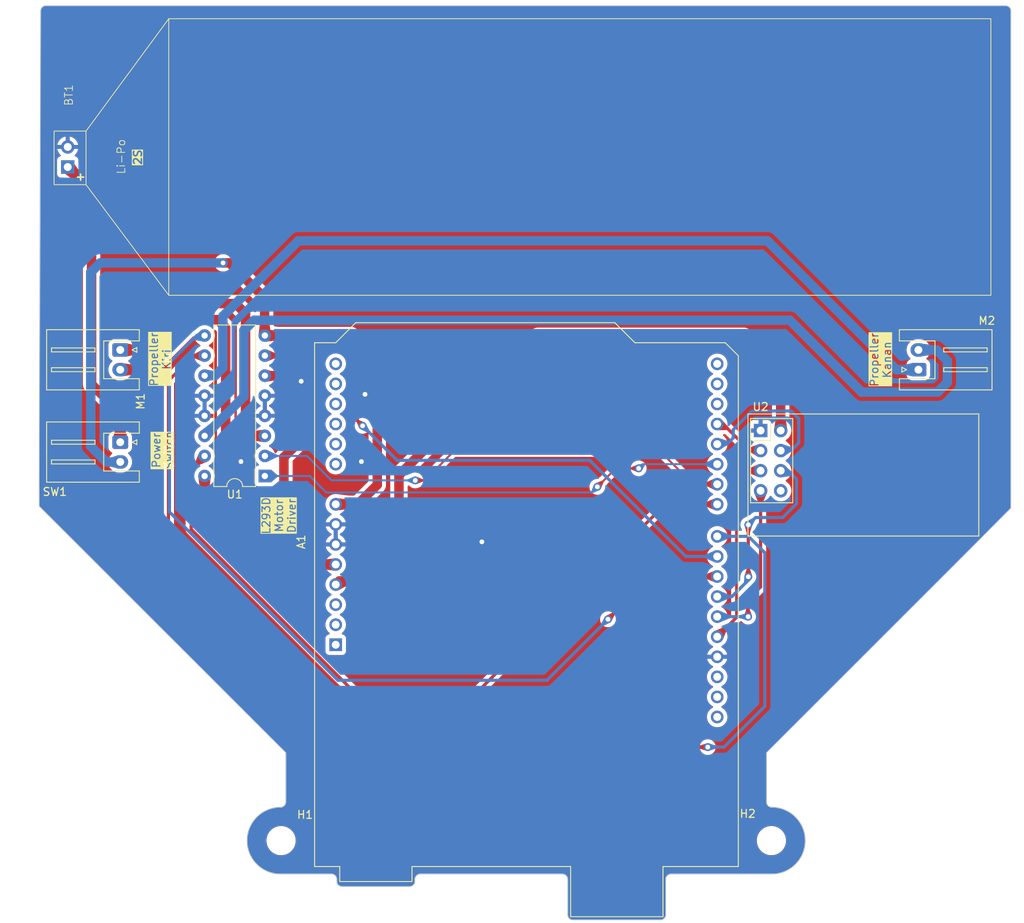
<source format=kicad_pcb>
(kicad_pcb (version 20221018) (generator pcbnew)
  (layers (0 "F.Cu" signal) (31 "B.Cu" signal) (34 "B.Paste" user) (35 "F.Paste" user) (36 "B.SilkS" user "B.Silkscreen") (37 "F.SilkS" user "F.Silkscreen") (38 "B.Mask" user) (39 "F.Mask" user) (44 "Edge.Cuts" user))
  (net 0 "")
  (net 4 "+3V3")
  (net 5 "+5V")
  (net 6 "GND")
  (net 7 "+7.5V")
  (net 15 "D5")
  (net 16 "D6")
  (net 17 "D7")
  (net 18 "D8")
  (net 19 "D9")
  (net 20 "D10")
  (net 21 "D11")
  (net 22 "D12")
  (net 23 "D13")
  (net 27 "Net-(BT1-+)")
  (net 28 "M1+")
  (net 29 "M1-")
  (net 30 "M2+")
  (net 31 "M2-")
  (net 32 "D3")
  (net 33 "D4")
  (footprint "MountingHole:MountingHole_3.2mm_M3" (layer "F.Cu") (at 137.16 152.1206)
    (fp_text reference "H1" (at 3.0226 -3.2766) (layer "F.SilkS"))
    (fp_text value "MountingHole")
    (pad "" np_thru_hole circle (at 0 0) (size 3.2 3.2) (drill 3.2) (layers "*.Cu" "*.Mask"))
  )
  (footprint "Connector_JST:JST_XH_S2B-XH-A_1x02_P2.50mm_Horizontal" (layer "F.Cu") (at 116.8102 101.6908 -90)
    (fp_text reference "SW1" (at 6.2792 8.276) (layer "F.SilkS"))
    (fp_text value "SW_SPST")
    (fp_line (start -2.56 -2.41) (end -1.14 -2.41) (stroke (width 0.12)) (layer "F.SilkS"))
    (fp_line (start -2.56 9.31) (end -2.56 -2.41) (stroke (width 0.12)) (layer "F.SilkS"))
    (fp_line (start -1.14 -2.41) (end -1.14 2.09) (stroke (width 0.12)) (layer "F.SilkS"))
    (fp_line (start -1.14 2.09) (end 1.25 2.09) (stroke (width 0.12)) (layer "F.SilkS"))
    (fp_line (start -0.3 -2.1) (end 0.3 -2.1) (stroke (width 0.12)) (layer "F.SilkS"))
    (fp_line (start -0.25 3.2) (end -0.25 8.7) (stroke (width 0.12)) (layer "F.SilkS"))
    (fp_line (start -0.25 8.7) (end 0.25 8.7) (stroke (width 0.12)) (layer "F.SilkS"))
    (fp_line (start 0 -1.5) (end -0.3 -2.1) (stroke (width 0.12)) (layer "F.SilkS"))
    (fp_line (start 0.25 3.2) (end -0.25 3.2) (stroke (width 0.12)) (layer "F.SilkS"))
    (fp_line (start 0.25 8.7) (end 0.25 3.2) (stroke (width 0.12)) (layer "F.SilkS"))
    (fp_line (start 0.3 -2.1) (end 0 -1.5) (stroke (width 0.12)) (layer "F.SilkS"))
    (fp_line (start 1.25 9.31) (end -2.56 9.31) (stroke (width 0.12)) (layer "F.SilkS"))
    (fp_line (start 1.25 9.31) (end 5.06 9.31) (stroke (width 0.12)) (layer "F.SilkS"))
    (fp_line (start 2.25 3.2) (end 2.25 8.7) (stroke (width 0.12)) (layer "F.SilkS"))
    (fp_line (start 2.25 8.7) (end 2.75 8.7) (stroke (width 0.12)) (layer "F.SilkS"))
    (fp_line (start 2.75 3.2) (end 2.25 3.2) (stroke (width 0.12)) (layer "F.SilkS"))
    (fp_line (start 2.75 8.7) (end 2.75 3.2) (stroke (width 0.12)) (layer "F.SilkS"))
    (fp_line (start 3.64 -2.41) (end 3.64 2.09) (stroke (width 0.12)) (layer "F.SilkS"))
    (fp_line (start 3.64 2.09) (end 1.25 2.09) (stroke (width 0.12)) (layer "F.SilkS"))
    (fp_line (start 5.06 -2.41) (end 3.64 -2.41) (stroke (width 0.12)) (layer "F.SilkS"))
    (fp_line (start 5.06 9.31) (end 5.06 -2.41) (stroke (width 0.12)) (layer "F.SilkS"))
    (pad "1" thru_hole roundrect (at 0 0 270) (size 1.7 2) (drill 1) (layers "*.Cu" "*.Mask") (roundrect_rratio 0.1470588235) (net 27 "Net-(BT1-+)"))
    (pad "2" thru_hole oval (at 2.5 0 270) (size 1.7 2) (drill 1) (layers "*.Cu" "*.Mask") (net 7 "+7.5V"))
  )
  (footprint "Package_DIP:DIP-16_W7.62mm" (layer "F.Cu") (at 135.1026 105.9688 180)
    (fp_text reference "U1" (at 3.81 -2.33) (layer "F.SilkS"))
    (fp_text value "L293D")
    (fp_line (start 1.16 -1.33) (end 1.16 19.11) (stroke (width 0.12)) (layer "F.SilkS"))
    (fp_line (start 1.16 19.11) (end 6.46 19.11) (stroke (width 0.12)) (layer "F.SilkS"))
    (fp_line (start 2.81 -1.33) (end 1.16 -1.33) (stroke (width 0.12)) (layer "F.SilkS"))
    (fp_line (start 6.46 -1.33) (end 4.81 -1.33) (stroke (width 0.12)) (layer "F.SilkS"))
    (fp_line (start 6.46 19.11) (end 6.46 -1.33) (stroke (width 0.12)) (layer "F.SilkS"))
    (fp_arc (start 4.81 -1.33) (mid 3.81 -0.33) (end 2.81 -1.33) (stroke (width 0.12)) (layer "F.SilkS"))
    (pad "1" thru_hole rect (at 0 0 180) (size 1.6 1.6) (drill 0.8) (layers "*.Cu" "*.Mask") (net 15 "D5"))
    (pad "2" thru_hole oval (at 0 2.54 180) (size 1.6 1.6) (drill 0.8) (layers "*.Cu" "*.Mask") (net 16 "D6"))
    (pad "3" thru_hole oval (at 0 5.08 180) (size 1.6 1.6) (drill 0.8) (layers "*.Cu" "*.Mask") (net 28 "M1+"))
    (pad "4" thru_hole oval (at 0 7.62 180) (size 1.6 1.6) (drill 0.8) (layers "*.Cu" "*.Mask") (net 6 "GND"))
    (pad "5" thru_hole oval (at 0 10.16 180) (size 1.6 1.6) (drill 0.8) (layers "*.Cu" "*.Mask") (net 6 "GND"))
    (pad "6" thru_hole oval (at 0 12.7 180) (size 1.6 1.6) (drill 0.8) (layers "*.Cu" "*.Mask") (net 29 "M1-"))
    (pad "7" thru_hole oval (at 0 15.24 180) (size 1.6 1.6) (drill 0.8) (layers "*.Cu" "*.Mask") (net 19 "D9"))
    (pad "8" thru_hole oval (at 0 17.78 180) (size 1.6 1.6) (drill 0.8) (layers "*.Cu" "*.Mask") (net 7 "+7.5V"))
    (pad "9" thru_hole oval (at 7.62 17.78 180) (size 1.6 1.6) (drill 0.8) (layers "*.Cu" "*.Mask") (net 20 "D10"))
    (pad "10" thru_hole oval (at 7.62 15.24 180) (size 1.6 1.6) (drill 0.8) (layers "*.Cu" "*.Mask") (net 18 "D8"))
    (pad "11" thru_hole oval (at 7.62 12.7 180) (size 1.6 1.6) (drill 0.8) (layers "*.Cu" "*.Mask") (net 30 "M2+"))
    (pad "12" thru_hole oval (at 7.62 10.16 180) (size 1.6 1.6) (drill 0.8) (layers "*.Cu" "*.Mask") (net 6 "GND"))
    (pad "13" thru_hole oval (at 7.62 7.62 180) (size 1.6 1.6) (drill 0.8) (layers "*.Cu" "*.Mask") (net 6 "GND"))
    (pad "14" thru_hole oval (at 7.62 5.08 180) (size 1.6 1.6) (drill 0.8) (layers "*.Cu" "*.Mask") (net 31 "M2-"))
    (pad "15" thru_hole oval (at 7.62 2.54 180) (size 1.6 1.6) (drill 0.8) (layers "*.Cu" "*.Mask") (net 17 "D7"))
    (pad "16" thru_hole oval (at 7.62 0 180) (size 1.6 1.6) (drill 0.8) (layers "*.Cu" "*.Mask") (net 5 "+5V"))
  )
  (footprint "MountingHole:MountingHole_3.2mm_M3" (layer "F.Cu") (at 199.1868 152.1206)
    (fp_text reference "H2" (at -2.9972 -3.4036) (layer "F.SilkS"))
    (fp_text value "MountingHole")
    (pad "" np_thru_hole circle (at 0 0) (size 3.2 3.2) (drill 3.2) (layers "*.Cu" "*.Mask"))
  )
  (footprint "Connector_JST:JST_XH_S2B-XH-A_1x02_P2.50mm_Horizontal" (layer "F.Cu") (at 116.8102 90.0122 -90)
    (fp_text reference "M1" (at 6.5078 -2.5698 90) (layer "F.SilkS"))
    (fp_text value "Motor_DC")
    (fp_line (start -2.56 -2.41) (end -1.14 -2.41) (stroke (width 0.12)) (layer "F.SilkS"))
    (fp_line (start -2.56 9.31) (end -2.56 -2.41) (stroke (width 0.12)) (layer "F.SilkS"))
    (fp_line (start -1.14 -2.41) (end -1.14 2.09) (stroke (width 0.12)) (layer "F.SilkS"))
    (fp_line (start -1.14 2.09) (end 1.25 2.09) (stroke (width 0.12)) (layer "F.SilkS"))
    (fp_line (start -0.3 -2.1) (end 0.3 -2.1) (stroke (width 0.12)) (layer "F.SilkS"))
    (fp_line (start -0.25 3.2) (end -0.25 8.7) (stroke (width 0.12)) (layer "F.SilkS"))
    (fp_line (start -0.25 8.7) (end 0.25 8.7) (stroke (width 0.12)) (layer "F.SilkS"))
    (fp_line (start 0 -1.5) (end -0.3 -2.1) (stroke (width 0.12)) (layer "F.SilkS"))
    (fp_line (start 0.25 3.2) (end -0.25 3.2) (stroke (width 0.12)) (layer "F.SilkS"))
    (fp_line (start 0.25 8.7) (end 0.25 3.2) (stroke (width 0.12)) (layer "F.SilkS"))
    (fp_line (start 0.3 -2.1) (end 0 -1.5) (stroke (width 0.12)) (layer "F.SilkS"))
    (fp_line (start 1.25 9.31) (end -2.56 9.31) (stroke (width 0.12)) (layer "F.SilkS"))
    (fp_line (start 1.25 9.31) (end 5.06 9.31) (stroke (width 0.12)) (layer "F.SilkS"))
    (fp_line (start 2.25 3.2) (end 2.25 8.7) (stroke (width 0.12)) (layer "F.SilkS"))
    (fp_line (start 2.25 8.7) (end 2.75 8.7) (stroke (width 0.12)) (layer "F.SilkS"))
    (fp_line (start 2.75 3.2) (end 2.25 3.2) (stroke (width 0.12)) (layer "F.SilkS"))
    (fp_line (start 2.75 8.7) (end 2.75 3.2) (stroke (width 0.12)) (layer "F.SilkS"))
    (fp_line (start 3.64 -2.41) (end 3.64 2.09) (stroke (width 0.12)) (layer "F.SilkS"))
    (fp_line (start 3.64 2.09) (end 1.25 2.09) (stroke (width 0.12)) (layer "F.SilkS"))
    (fp_line (start 5.06 -2.41) (end 3.64 -2.41) (stroke (width 0.12)) (layer "F.SilkS"))
    (fp_line (start 5.06 9.31) (end 5.06 -2.41) (stroke (width 0.12)) (layer "F.SilkS"))
    (pad "1" thru_hole roundrect (at 0 0 270) (size 1.7 2) (drill 1) (layers "*.Cu" "*.Mask") (roundrect_rratio 0.1470588235) (net 28 "M1+"))
    (pad "2" thru_hole oval (at 2.5 0 270) (size 1.7 2) (drill 1) (layers "*.Cu" "*.Mask") (net 29 "M1-"))
  )
  (footprint "ROV_Library:Li-Po 2S" (layer "F.Cu") (at 122.9487 65.5894 90)
    (fp_text reference "BT1" (at 7.8232 -12.6492 90 unlocked) (layer "F.SilkS") (effects (font (thickness 0.1))))
    (fp_text value "Battery")
    (fp_text user "2S" (at -1.1176 -3.3274 90 unlocked) (layer "F.SilkS" knockout) (effects (font (thickness 0.2) bold) (justify left bottom)))
    (fp_text user "+" (at -3.302 -10.6416 90 unlocked) (layer "F.SilkS") (effects (font (thickness 0.2) bold) (justify left bottom)))
    (fp_text user "Li-Po" (at -2.2352 -5.4356 90 unlocked) (layer "F.SilkS") (effects (font (thickness 0.1)) (justify left bottom)))
    (fp_line (start -3.5052 -10.4648) (end -17.5 0) (stroke (width 0.1)) (layer "F.SilkS"))
    (fp_line (start 3.2766 -10.4648) (end 17.5 0) (stroke (width 0.1)) (layer "F.SilkS"))
    (fp_rect (start -17.5 0) (end 17.5 104) (stroke (width 0.1)) (fill none) (layer "F.SilkS"))
    (fp_rect (start -3.5052 -14.5034) (end 3.2766 -10.4648) (stroke (width 0.1)) (fill none) (layer "F.SilkS"))
    (pad "1" thru_hole rect (at -1.27 -12.7818 180) (size 1.7 1.7) (drill 1) (layers "*.Cu" "*.Mask") (net 27 "Net-(BT1-+)"))
    (pad "2" thru_hole oval (at 1.27 -12.7818 180) (size 1.7 1.7) (drill 1) (layers "*.Cu" "*.Mask") (net 6 "GND"))
  )
  (footprint "Module:Arduino_UNO_R3" (layer "F.Cu") (at 144.0688 127.3302 90)
    (fp_text reference "A1" (at 13.0302 -4.3688 90) (layer "F.SilkS"))
    (fp_text value "Arduino_UNO_R3")
    (fp_line (start -34.42 29.72) (end -34.42 41.4) (stroke (width 0.12)) (layer "F.SilkS"))
    (fp_line (start -34.42 41.4) (end -28.07 41.4) (stroke (width 0.12)) (layer "F.SilkS"))
    (fp_line (start -29.97 0.51) (end -29.97 9.65) (stroke (width 0.12)) (layer "F.SilkS"))
    (fp_line (start -29.97 9.65) (end -28.07 9.65) (stroke (width 0.12)) (layer "F.SilkS"))
    (fp_line (start -28.07 -2.67) (end -28.07 0.51) (stroke (width 0.12)) (layer "F.SilkS"))
    (fp_line (start -28.07 0.51) (end -29.97 0.51) (stroke (width 0.12)) (layer "F.SilkS"))
    (fp_line (start -28.07 9.65) (end -28.07 29.72) (stroke (width 0.12)) (layer "F.SilkS"))
    (fp_line (start -28.07 29.72) (end -34.42 29.72) (stroke (width 0.12)) (layer "F.SilkS"))
    (fp_line (start -28.07 41.4) (end -28.07 50.93) (stroke (width 0.12)) (layer "F.SilkS"))
    (fp_line (start -28.07 50.93) (end 36.58 50.93) (stroke (width 0.12)) (layer "F.SilkS"))
    (fp_line (start 36.58 50.93) (end 38.23 49.28) (stroke (width 0.12)) (layer "F.SilkS"))
    (fp_line (start 38.23 -2.67) (end -28.07 -2.67) (stroke (width 0.12)) (layer "F.SilkS"))
    (fp_line (start 38.23 0) (end 38.23 -2.67) (stroke (width 0.12)) (layer "F.SilkS"))
    (fp_line (start 38.23 37.85) (end 40.77 35.31) (stroke (width 0.12)) (layer "F.SilkS"))
    (fp_line (start 38.23 49.28) (end 38.23 37.85) (stroke (width 0.12)) (layer "F.SilkS"))
    (fp_line (start 40.77 2.54) (end 38.23 0) (stroke (width 0.12)) (layer "F.SilkS"))
    (fp_line (start 40.77 35.31) (end 40.77 2.54) (stroke (width 0.12)) (layer "F.SilkS"))
    (pad "1" thru_hole rect (at 0 0 180) (size 1.6 1.6) (drill 1) (layers "*.Cu" "*.Mask"))
    (pad "2" thru_hole oval (at 2.54 0 180) (size 1.6 1.6) (drill 1) (layers "*.Cu" "*.Mask"))
    (pad "3" thru_hole oval (at 5.08 0 180) (size 1.6 1.6) (drill 1) (layers "*.Cu" "*.Mask"))
    (pad "4" thru_hole oval (at 7.62 0 180) (size 1.6 1.6) (drill 1) (layers "*.Cu" "*.Mask") (net 4 "+3V3"))
    (pad "5" thru_hole oval (at 10.16 0 180) (size 1.6 1.6) (drill 1) (layers "*.Cu" "*.Mask") (net 5 "+5V"))
    (pad "6" thru_hole oval (at 12.7 0 180) (size 1.6 1.6) (drill 1) (layers "*.Cu" "*.Mask") (net 6 "GND"))
    (pad "7" thru_hole oval (at 15.24 0 180) (size 1.6 1.6) (drill 1) (layers "*.Cu" "*.Mask") (net 6 "GND"))
    (pad "8" thru_hole oval (at 17.78 0 180) (size 1.6 1.6) (drill 1) (layers "*.Cu" "*.Mask") (net 7 "+7.5V"))
    (pad "9" thru_hole oval (at 22.86 0 180) (size 1.6 1.6) (drill 1) (layers "*.Cu" "*.Mask"))
    (pad "10" thru_hole oval (at 25.4 0 180) (size 1.6 1.6) (drill 1) (layers "*.Cu" "*.Mask"))
    (pad "11" thru_hole oval (at 27.94 0 180) (size 1.6 1.6) (drill 1) (layers "*.Cu" "*.Mask"))
    (pad "12" thru_hole oval (at 30.48 0 180) (size 1.6 1.6) (drill 1) (layers "*.Cu" "*.Mask"))
    (pad "13" thru_hole oval (at 33.02 0 180) (size 1.6 1.6) (drill 1) (layers "*.Cu" "*.Mask"))
    (pad "14" thru_hole oval (at 35.56 0 180) (size 1.6 1.6) (drill 1) (layers "*.Cu" "*.Mask"))
    (pad "15" thru_hole oval (at 35.56 48.26 180) (size 1.6 1.6) (drill 1) (layers "*.Cu" "*.Mask"))
    (pad "16" thru_hole oval (at 33.02 48.26 180) (size 1.6 1.6) (drill 1) (layers "*.Cu" "*.Mask"))
    (pad "17" thru_hole oval (at 30.48 48.26 180) (size 1.6 1.6) (drill 1) (layers "*.Cu" "*.Mask"))
    (pad "18" thru_hole oval (at 27.94 48.26 180) (size 1.6 1.6) (drill 1) (layers "*.Cu" "*.Mask") (net 32 "D3"))
    (pad "19" thru_hole oval (at 25.4 48.26 180) (size 1.6 1.6) (drill 1) (layers "*.Cu" "*.Mask") (net 33 "D4"))
    (pad "20" thru_hole oval (at 22.86 48.26 180) (size 1.6 1.6) (drill 1) (layers "*.Cu" "*.Mask") (net 15 "D5"))
    (pad "21" thru_hole oval (at 20.32 48.26 180) (size 1.6 1.6) (drill 1) (layers "*.Cu" "*.Mask") (net 16 "D6"))
    (pad "22" thru_hole oval (at 17.78 48.26 180) (size 1.6 1.6) (drill 1) (layers "*.Cu" "*.Mask") (net 17 "D7"))
    (pad "23" thru_hole oval (at 13.72 48.26 180) (size 1.6 1.6) (drill 1) (layers "*.Cu" "*.Mask") (net 18 "D8"))
    (pad "24" thru_hole oval (at 11.18 48.26 180) (size 1.6 1.6) (drill 1) (layers "*.Cu" "*.Mask") (net 19 "D9"))
    (pad "25" thru_hole oval (at 8.64 48.26 180) (size 1.6 1.6) (drill 1) (layers "*.Cu" "*.Mask") (net 20 "D10"))
    (pad "26" thru_hole oval (at 6.1 48.26 180) (size 1.6 1.6) (drill 1) (layers "*.Cu" "*.Mask") (net 21 "D11"))
    (pad "27" thru_hole oval (at 3.56 48.26 180) (size 1.6 1.6) (drill 1) (layers "*.Cu" "*.Mask") (net 22 "D12"))
    (pad "28" thru_hole oval (at 1.02 48.26 180) (size 1.6 1.6) (drill 1) (layers "*.Cu" "*.Mask") (net 23 "D13"))
    (pad "29" thru_hole oval (at -1.52 48.26 180) (size 1.6 1.6) (drill 1) (layers "*.Cu" "*.Mask") (net 6 "GND"))
    (pad "30" thru_hole oval (at -4.06 48.26 180) (size 1.6 1.6) (drill 1) (layers "*.Cu" "*.Mask"))
    (pad "31" thru_hole oval (at -6.6 48.26 180) (size 1.6 1.6) (drill 1) (layers "*.Cu" "*.Mask"))
    (pad "32" thru_hole oval (at -9.14 48.26 180) (size 1.6 1.6) (drill 1) (layers "*.Cu" "*.Mask"))
  )
  (footprint "RF_Module:nRF24L01_Breakout" (layer "F.Cu") (at 197.82 100.2168)
    (fp_text reference "U2" (at 0 -3) (layer "F.SilkS"))
    (fp_text value "NRF24L01_Breakout")
    (fp_line (start -1.6 -2.1) (end -1.6 -2.1) (stroke (width 0.12)) (layer "F.SilkS"))
    (fp_line (start -1.6 -2.1) (end 27.6 -2.1) (stroke (width 0.12)) (layer "F.SilkS"))
    (fp_line (start -1.6 13.35) (end -1.6 -2.1) (stroke (width 0.12)) (layer "F.SilkS"))
    (fp_line (start -1.27 -1.524) (end -1.27 -1.524) (stroke (width 0.12)) (layer "F.SilkS"))
    (fp_line (start -1.27 -1.524) (end 4.064 -1.524) (stroke (width 0.12)) (layer "F.SilkS"))
    (fp_line (start -1.27 9.144) (end -1.27 -1.524) (stroke (width 0.12)) (layer "F.SilkS"))
    (fp_line (start -1.27 9.144) (end -1.27 9.144) (stroke (width 0.12)) (layer "F.SilkS"))
    (fp_line (start -1.016 1.27) (end -1.016 1.27) (stroke (width 0.12)) (layer "F.SilkS"))
    (fp_line (start 1.27 -1.016) (end 1.27 1.27) (stroke (width 0.12)) (layer "F.SilkS"))
    (fp_line (start 1.27 1.27) (end -1.016 1.27) (stroke (width 0.12)) (layer "F.SilkS"))
    (fp_line (start 4.064 -1.524) (end 4.064 9.144) (stroke (width 0.12)) (layer "F.SilkS"))
    (fp_line (start 4.064 9.144) (end -1.27 9.144) (stroke (width 0.12)) (layer "F.SilkS"))
    (fp_line (start 27.6 -2.1) (end 27.6 13.35) (stroke (width 0.12)) (layer "F.SilkS"))
    (fp_line (start 27.6 13.35) (end -1.6 13.35) (stroke (width 0.12)) (layer "F.SilkS"))
    (pad "1" thru_hole rect (at 0 0) (size 1.7 1.7) (drill 1) (layers "*.Cu" "*.Mask") (net 6 "GND"))
    (pad "2" thru_hole circle (at 2.54 0) (size 1.7 1.7) (drill 1) (layers "*.Cu" "*.Mask") (net 4 "+3V3"))
    (pad "3" thru_hole circle (at 0 2.54) (size 1.7 1.7) (drill 1) (layers "*.Cu" "*.Mask") (net 32 "D3"))
    (pad "4" thru_hole circle (at 2.54 2.54) (size 1.7 1.7) (drill 1) (layers "*.Cu" "*.Mask") (net 33 "D4"))
    (pad "5" thru_hole circle (at 0 5.08) (size 1.7 1.7) (drill 1) (layers "*.Cu" "*.Mask") (net 23 "D13"))
    (pad "6" thru_hole circle (at 2.54 5.08) (size 1.7 1.7) (drill 1) (layers "*.Cu" "*.Mask") (net 21 "D11"))
    (pad "7" thru_hole circle (at 0 7.62) (size 1.7 1.7) (drill 1) (layers "*.Cu" "*.Mask") (net 22 "D12"))
    (pad "8" thru_hole circle (at 2.54 7.62) (size 1.7 1.7) (drill 1) (layers "*.Cu" "*.Mask"))
  )
  (footprint "Connector_JST:JST_XH_S2B-XH-A_1x02_P2.50mm_Horizontal" (layer "F.Cu") (at 217.784 92.5122 90)
    (fp_text reference "M2" (at 6.203 8.657 180) (layer "F.SilkS"))
    (fp_text value "Motor_DC")
    (fp_line (start -2.56 -2.41) (end -1.14 -2.41) (stroke (width 0.12)) (layer "F.SilkS"))
    (fp_line (start -2.56 9.31) (end -2.56 -2.41) (stroke (width 0.12)) (layer "F.SilkS"))
    (fp_line (start -1.14 -2.41) (end -1.14 2.09) (stroke (width 0.12)) (layer "F.SilkS"))
    (fp_line (start -1.14 2.09) (end 1.25 2.09) (stroke (width 0.12)) (layer "F.SilkS"))
    (fp_line (start -0.3 -2.1) (end 0.3 -2.1) (stroke (width 0.12)) (layer "F.SilkS"))
    (fp_line (start -0.25 3.2) (end -0.25 8.7) (stroke (width 0.12)) (layer "F.SilkS"))
    (fp_line (start -0.25 8.7) (end 0.25 8.7) (stroke (width 0.12)) (layer "F.SilkS"))
    (fp_line (start 0 -1.5) (end -0.3 -2.1) (stroke (width 0.12)) (layer "F.SilkS"))
    (fp_line (start 0.25 3.2) (end -0.25 3.2) (stroke (width 0.12)) (layer "F.SilkS"))
    (fp_line (start 0.25 8.7) (end 0.25 3.2) (stroke (width 0.12)) (layer "F.SilkS"))
    (fp_line (start 0.3 -2.1) (end 0 -1.5) (stroke (width 0.12)) (layer "F.SilkS"))
    (fp_line (start 1.25 9.31) (end -2.56 9.31) (stroke (width 0.12)) (layer "F.SilkS"))
    (fp_line (start 1.25 9.31) (end 5.06 9.31) (stroke (width 0.12)) (layer "F.SilkS"))
    (fp_line (start 2.25 3.2) (end 2.25 8.7) (stroke (width 0.12)) (layer "F.SilkS"))
    (fp_line (start 2.25 8.7) (end 2.75 8.7) (stroke (width 0.12)) (layer "F.SilkS"))
    (fp_line (start 2.75 3.2) (end 2.25 3.2) (stroke (width 0.12)) (layer "F.SilkS"))
    (fp_line (start 2.75 8.7) (end 2.75 3.2) (stroke (width 0.12)) (layer "F.SilkS"))
    (fp_line (start 3.64 -2.41) (end 3.64 2.09) (stroke (width 0.12)) (layer "F.SilkS"))
    (fp_line (start 3.64 2.09) (end 1.25 2.09) (stroke (width 0.12)) (layer "F.SilkS"))
    (fp_line (start 5.06 -2.41) (end 3.64 -2.41) (stroke (width 0.12)) (layer "F.SilkS"))
    (fp_line (start 5.06 9.31) (end 5.06 -2.41) (stroke (width 0.12)) (layer "F.SilkS"))
    (pad "1" thru_hole roundrect (at 0 0 90) (size 1.7 2) (drill 1) (layers "*.Cu" "*.Mask") (roundrect_rratio 0.1470588235) (net 30 "M2+"))
    (pad "2" thru_hole oval (at 2.5 0 90) (size 1.7 2) (drill 1) (layers "*.Cu" "*.Mask") (net 31 "M2-"))
  )
  (gr_arc (start 154.092044 157.2768) (mid 153.898608 157.743756) (end 153.431644 157.9372) (stroke (width 0.1)) (layer "Edge.Cuts"))
  (gr_line (start 113.0808 116.332) (end 106.553 109.8042) (stroke (width 0.1)) (layer "Edge.Cuts"))
  (gr_line (start 144.1958 157.2768) (end 144.1958 157.0228) (stroke (width 0.1)) (layer "Edge.Cuts"))
  (gr_arc (start 199.2376 147.8788) (mid 203.4794 152.1206) (end 199.2376 156.3624) (stroke (width 0.1)) (layer "Edge.Cuts"))
  (gr_line (start 172.745392 156.3624) (end 154.7622 156.3624) (stroke (width 0.1)) (layer "Edge.Cuts"))
  (gr_line (start 137.7442 140.9954) (end 137.7442 147.2184) (stroke (width 0.1)) (layer "Edge.Cuts"))
  (gr_arc (start 185.8264 157.0228) (mid 186.019836 156.555844) (end 186.4868 156.3624) (stroke (width 0.1)) (layer "Edge.Cuts"))
  (gr_line (start 144.8562 157.9372) (end 153.431644 157.9372) (stroke (width 0.1)) (layer "Edge.Cuts"))
  (gr_line (start 198.5772 140.9954) (end 198.5772 147.2184) (stroke (width 0.1)) (layer "Edge.Cuts"))
  (gr_arc (start 172.745392 156.3624) (mid 173.212348 156.555836) (end 173.405792 157.0228) (stroke (width 0.1)) (layer "Edge.Cuts"))
  (gr_line (start 228.8286 46.4312) (end 107.3912 46.4312) (stroke (width 0.1)) (layer "Edge.Cuts"))
  (gr_arc (start 137.0838 156.3624) (mid 132.842 152.1206) (end 137.0838 147.8788) (stroke (width 0.1)) (layer "Edge.Cuts"))
  (gr_line (start 106.537373 107.7468) (end 106.553 109.8042) (stroke (width 0.1)) (layer "Edge.Cuts"))
  (gr_arc (start 106.7308 47.0916) (mid 106.924227 46.624627) (end 107.3912 46.4312) (stroke (width 0.1)) (layer "Edge.Cuts"))
  (gr_arc (start 137.7442 147.2184) (mid 137.550764 147.685356) (end 137.0838 147.8788) (stroke (width 0.1)) (layer "Edge.Cuts"))
  (gr_arc (start 228.8286 46.4312) (mid 229.295573 46.624627) (end 229.489 47.0916) (stroke (width 0.1)) (layer "Edge.Cuts"))
  (gr_line (start 186.4868 156.3624) (end 199.2376 156.3624) (stroke (width 0.1)) (layer "Edge.Cuts"))
  (gr_arc (start 199.2376 147.8788) (mid 198.770627 147.685373) (end 198.5772 147.2184) (stroke (width 0.1)) (layer "Edge.Cuts"))
  (gr_arc (start 143.5354 156.3624) (mid 144.002356 156.555836) (end 144.1958 157.0228) (stroke (width 0.1)) (layer "Edge.Cuts"))
  (gr_line (start 173.405792 161.508844) (end 173.405792 157.0228) (stroke (width 0.1)) (layer "Edge.Cuts"))
  (gr_line (start 106.537373 107.7468) (end 106.7308 47.0916) (stroke (width 0.1)) (layer "Edge.Cuts"))
  (gr_line (start 154.1018 157.0228) (end 154.092044 157.2768) (stroke (width 0.1)) (layer "Edge.Cuts"))
  (gr_line (start 229.489 110.0328) (end 229.489 47.0916) (stroke (width 0.1)) (layer "Edge.Cuts"))
  (gr_arc (start 144.8562 157.9372) (mid 144.389244 157.743764) (end 144.1958 157.2768) (stroke (width 0.1)) (layer "Edge.Cuts"))
  (gr_arc (start 174.066192 162.169244) (mid 173.599236 161.975808) (end 173.405792 161.508844) (stroke (width 0.1)) (layer "Edge.Cuts"))
  (gr_line (start 223.2406 116.332) (end 229.489 110.0328) (stroke (width 0.1)) (layer "Edge.Cuts"))
  (gr_line (start 185.8264 161.508844) (end 185.8264 157.0228) (stroke (width 0.1)) (layer "Edge.Cuts"))
  (gr_line (start 113.0808 116.332) (end 137.7442 140.9954) (stroke (width 0.1)) (layer "Edge.Cuts"))
  (gr_arc (start 154.1018 157.0228) (mid 154.295236 156.555844) (end 154.7622 156.3624) (stroke (width 0.1)) (layer "Edge.Cuts"))
  (gr_line (start 223.2406 116.332) (end 198.5772 140.9954) (stroke (width 0.1)) (layer "Edge.Cuts"))
  (gr_line (start 143.5354 156.3624) (end 137.0838 156.3624) (stroke (width 0.1)) (layer "Edge.Cuts"))
  (gr_arc (start 185.8264 161.508844) (mid 185.632964 161.9758) (end 185.166 162.169244) (stroke (width 0.1)) (layer "Edge.Cuts"))
  (gr_line (start 185.166 162.169244) (end 174.066192 162.169244) (stroke (width 0.1)) (layer "Edge.Cuts"))
  (gr_text "Power\nSwitch" (at 123.571 102.7176 90) (layer "F.SilkS" knockout) (effects (font (size 1 1)) (justify bottom)))
  (gr_text "L293D\nMotor\nDriver" (at 139.0904 110.998 90) (layer "F.SilkS" knockout) (effects (font (size 1 1)) (justify bottom)))
  (gr_text "Propeller\nKanan" (at 214.4014 91.2622 90) (layer "F.SilkS" knockout) (effects (font (size 1 1)) (justify bottom)))
  (gr_text "Propeller\nKiri" (at 123.2662 91.2114 90) (layer "F.SilkS" knockout) (effects (font (size 1 1)) (justify bottom)))
  (segment (start 152.0698 105.8672) (end 152.0698 116.5352) (width 1.2) (layer "F.Cu") (net 4))
  (segment (start 200.36 92.9434) (end 195.707 88.2904) (width 1.2) (layer "F.Cu") (net 4))
  (segment (start 152.0698 116.5352) (end 149.352 119.253) (width 1.2) (layer "F.Cu") (net 4))
  (segment (start 149.352 119.253) (end 144.526 119.253) (width 1.2) (layer "F.Cu") (net 4))
  (segment (start 195.707 88.2904) (end 169.6466 88.2904) (width 1.2) (layer "F.Cu") (net 4))
  (segment (start 200.36 100.2168) (end 200.36 92.9434) (width 1.2) (layer "F.Cu") (net 4))
  (segment (start 169.6466 88.2904) (end 152.0698 105.8672) (width 1.2) (layer "F.Cu") (net 4))
  (segment (start 144.526 119.253) (end 144.0688 119.7102) (width 1.2) (layer "F.Cu") (net 4))
  (segment (start 135.2804 117.1702) (end 144.0688 117.1702) (width 1.2) (layer "F.Cu") (net 5))
  (segment (start 127.4826 109.3724) (end 135.2804 117.1702) (width 1.2) (layer "F.Cu") (net 5))
  (segment (start 127.4826 105.9688) (end 127.4826 109.3724) (width 1.2) (layer "F.Cu") (net 5))
  (via (at 147.7772 95.631) (size 1) (drill 0.6) (layers "F.Cu" "B.Cu") (net 6))
  (via (at 162.56 114.3) (size 1) (drill 0.6) (layers "F.Cu" "B.Cu") (net 6))
  (via (at 139.7 93.98) (size 1) (drill 0.6) (layers "F.Cu" "B.Cu") (net 6))
  (via (at 132.08 104.14) (size 1) (drill 0.6) (layers "F.Cu" "B.Cu") (net 6))
  (via (at 147.32 104.14) (size 1) (drill 0.6) (layers "F.Cu" "B.Cu") (net 6))
  (segment (start 149.3266 107.0864) (end 146.8628 109.5502) (width 1.2) (layer "F.Cu") (net 7))
  (segment (start 130.6322 78.994) (end 135.0772 83.439) (width 1.2) (layer "F.Cu") (net 7))
  (segment (start 129.8194 78.994) (end 130.6322 78.994) (width 1.2) (layer "F.Cu") (net 7))
  (segment (start 149.3266 91.5416) (end 149.3266 107.0864) (width 1.2) (layer "F.Cu") (net 7))
  (segment (start 135.0772 83.439) (end 135.0772 88.1634) (width 1.2) (layer "F.Cu") (net 7))
  (segment (start 146.8628 109.5502) (end 144.0688 109.5502) (width 1.2) (layer "F.Cu") (net 7))
  (segment (start 135.1026 88.1888) (end 145.9738 88.1888) (width 1.2) (layer "F.Cu") (net 7))
  (segment (start 145.9738 88.1888) (end 149.3266 91.5416) (width 1.2) (layer "F.Cu") (net 7))
  (segment (start 135.0772 88.1634) (end 135.1026 88.1888) (width 1.2) (layer "F.Cu") (net 7))
  (via (at 129.8194 78.994) (size 1) (drill 0.6) (layers "F.Cu" "B.Cu") (net 7))
  (segment (start 116.8102 104.1908) (end 115.062 104.1908) (width 1.2) (layer "B.Cu") (net 7))
  (segment (start 114.2746 78.994) (end 129.8194 78.994) (width 1.2) (layer "B.Cu") (net 7))
  (segment (start 115.062 104.1908) (end 113.0554 102.1842) (width 1.2) (layer "B.Cu") (net 7))
  (segment (start 113.0808 102.1588) (end 113.0808 80.1878) (width 1.2) (layer "B.Cu") (net 7))
  (segment (start 113.0554 102.1842) (end 113.0808 102.1588) (width 1.2) (layer "B.Cu") (net 7))
  (segment (start 113.0808 80.1878) (end 114.2746 78.994) (width 1.2) (layer "B.Cu") (net 7))
  (segment (start 177.165 107.3404) (end 179.5018 105.0036) (width 0.25) (layer "F.Cu") (net 15))
  (segment (start 179.5018 105.0036) (end 182.3974 105.0036) (width 0.25) (layer "F.Cu") (net 15))
  (via (at 182.3974 105.0036) (size 1) (drill 0.6) (layers "F.Cu" "B.Cu") (net 15))
  (via (at 177.165 107.3404) (size 1) (drill 0.6) (layers "F.Cu" "B.Cu") (net 15))
  (segment (start 142.875 108.0516) (end 140.7922 105.9688) (width 0.25) (layer "B.Cu") (net 15))
  (segment (start 140.7922 105.9688) (end 135.1026 105.9688) (width 0.25) (layer "B.Cu") (net 15))
  (segment (start 182.9308 104.4702) (end 192.3288 104.4702) (width 0.25) (layer "B.Cu") (net 15))
  (segment (start 176.4538 108.0516) (end 142.875 108.0516) (width 0.25) (layer "B.Cu") (net 15))
  (segment (start 177.165 107.3404) (end 176.4538 108.0516) (width 0.25) (layer "B.Cu") (net 15))
  (segment (start 182.3974 105.0036) (end 182.9308 104.4702) (width 0.25) (layer "B.Cu") (net 15))
  (segment (start 189.2554 106.9848) (end 192.3034 106.9848) (width 0.25) (layer "F.Cu") (net 16))
  (segment (start 192.3034 106.9848) (end 192.3288 107.0102) (width 0.25) (layer "F.Cu") (net 16))
  (segment (start 154.1272 106.5276) (end 155.321 106.5276) (width 0.25) (layer "F.Cu") (net 16))
  (segment (start 185.1914 102.9208) (end 189.2554 106.9848) (width 0.25) (layer "F.Cu") (net 16))
  (segment (start 158.9278 102.9208) (end 185.1914 102.9208) (width 0.25) (layer "F.Cu") (net 16))
  (segment (start 155.321 106.5276) (end 158.9278 102.9208) (width 0.25) (layer "F.Cu") (net 16))
  (via (at 154.1272 106.5276) (size 1) (drill 0.6) (layers "F.Cu" "B.Cu") (net 16))
  (segment (start 143.3576 106.3498) (end 143.51 106.5022) (width 0.25) (layer "B.Cu") (net 16))
  (segment (start 135.1026 103.4288) (end 140.4366 103.4288) (width 0.25) (layer "B.Cu") (net 16))
  (segment (start 140.4366 103.4288) (end 143.3576 106.3498) (width 0.25) (layer "B.Cu") (net 16))
  (segment (start 143.51 106.5022) (end 154.1272 106.5276) (width 0.25) (layer "B.Cu") (net 16))
  (segment (start 125.7808 105.1306) (end 125.7808 112.6998) (width 0.4) (layer "F.Cu") (net 17))
  (segment (start 127.4826 103.4288) (end 125.7808 105.1306) (width 0.4) (layer "F.Cu") (net 17))
  (segment (start 125.7808 112.6998) (end 150.0124 136.9314) (width 0.4) (layer "F.Cu") (net 17))
  (segment (start 185.7502 109.5502) (end 192.3288 109.5502) (width 0.4) (layer "F.Cu") (net 17))
  (segment (start 158.369 136.9314) (end 185.7502 109.5502) (width 0.4) (layer "F.Cu") (net 17))
  (segment (start 150.0124 136.9314) (end 158.369 136.9314) (width 0.4) (layer "F.Cu") (net 17))
  (segment (start 126.0856 90.7288) (end 127.4826 90.7288) (width 0.4) (layer "F.Cu") (net 18))
  (segment (start 122.9106 116.3066) (end 122.9106 93.9038) (width 0.4) (layer "F.Cu") (net 18))
  (segment (start 146.8882 140.2842) (end 122.9106 116.3066) (width 0.4) (layer "F.Cu") (net 18))
  (segment (start 191.135 140.2842) (end 146.8882 140.2842) (width 0.4) (layer "F.Cu") (net 18))
  (segment (start 122.9106 93.9038) (end 126.0856 90.7288) (width 0.4) (layer "F.Cu") (net 18))
  (via (at 191.135 140.2842) (size 1) (drill 0.6) (layers "F.Cu" "B.Cu") (net 18))
  (segment (start 193.1924 140.2842) (end 198.3486 135.128) (width 0.4) (layer "B.Cu") (net 18))
  (segment (start 196.2872 113.6102) (end 192.3288 113.6102) (width 0.4) (layer "B.Cu") (net 18))
  (segment (start 198.3486 135.128) (end 198.3486 115.6716) (width 0.4) (layer "B.Cu") (net 18))
  (segment (start 191.135 140.2842) (end 193.1924 140.2842) (width 0.4) (layer "B.Cu") (net 18))
  (segment (start 198.3486 115.6716) (end 196.2872 113.6102) (width 0.4) (layer "B.Cu") (net 18))
  (segment (start 146.812 98.9584) (end 146.812 91.5924) (width 0.4) (layer "F.Cu") (net 19))
  (segment (start 144.9578 89.7382) (end 142.4686 89.7382) (width 0.4) (layer "F.Cu") (net 19))
  (segment (start 142.4686 89.7382) (end 141.478 90.7288) (width 0.4) (layer "F.Cu") (net 19))
  (segment (start 146.812 91.5924) (end 144.9578 89.7382) (width 0.4) (layer "F.Cu") (net 19))
  (segment (start 141.478 90.7288) (end 135.1026 90.7288) (width 0.4) (layer "F.Cu") (net 19))
  (segment (start 147.4724 99.6188) (end 146.812 98.9584) (width 0.4) (layer "F.Cu") (net 19))
  (via (at 147.4724 99.6188) (size 1) (drill 0.6) (layers "F.Cu" "B.Cu") (net 19))
  (segment (start 151.8412 103.9876) (end 176.1998 103.9876) (width 0.4) (layer "B.Cu") (net 19))
  (segment (start 176.1998 103.9876) (end 188.3624 116.1502) (width 0.4) (layer "B.Cu") (net 19))
  (segment (start 188.3624 116.1502) (end 192.3288 116.1502) (width 0.4) (layer "B.Cu") (net 19))
  (segment (start 147.4724 99.6188) (end 151.8412 103.9876) (width 0.4) (layer "B.Cu") (net 19))
  (segment (start 183.9254 118.6902) (end 178.5112 124.1044) (width 0.4) (layer "F.Cu") (net 20))
  (segment (start 192.3288 118.6902) (end 183.9254 118.6902) (width 0.4) (layer "F.Cu") (net 20))
  (via (at 178.5112 124.1044) (size 1) (drill 0.6) (layers "F.Cu" "B.Cu") (net 20))
  (segment (start 123.0376 91.6432) (end 123.0376 110.5154) (width 0.4) (layer "B.Cu") (net 20))
  (segment (start 123.0376 110.5154) (end 144.3482 131.826) (width 0.4) (layer "B.Cu") (net 20))
  (segment (start 170.7896 131.826) (end 178.5112 124.1044) (width 0.4) (layer "B.Cu") (net 20))
  (segment (start 127.4826 88.1888) (end 126.492 88.1888) (width 0.4) (layer "B.Cu") (net 20))
  (segment (start 126.492 88.1888) (end 123.0376 91.6432) (width 0.4) (layer "B.Cu") (net 20))
  (segment (start 144.3482 131.826) (end 170.7896 131.826) (width 0.4) (layer "B.Cu") (net 20))
  (segment (start 196.2658 112.141) (end 196.2658 118.7196) (width 0.4) (layer "F.Cu") (net 21))
  (via (at 196.2658 112.141) (size 1) (drill 0.6) (layers "F.Cu" "B.Cu") (net 21))
  (via (at 196.2658 118.7196) (size 1) (drill 0.6) (layers "F.Cu" "B.Cu") (net 21))
  (segment (start 196.2658 112.141) (end 197.1802 111.2266) (width 0.4) (layer "B.Cu") (net 21))
  (segment (start 197.1802 111.2266) (end 200.6092 111.2266) (width 0.4) (layer "B.Cu") (net 21))
  (segment (start 202.3618 109.474) (end 202.3618 106.3498) (width 0.4) (layer "B.Cu") (net 21))
  (segment (start 202.3618 106.3498) (end 201.3088 105.2968) (width 0.4) (layer "B.Cu") (net 21))
  (segment (start 192.3328 121.2342) (end 192.3288 121.2302) (width 0.4) (layer "B.Cu") (net 21))
  (segment (start 194.183 121.2342) (end 192.3328 121.2342) (width 0.4) (layer "B.Cu") (net 21))
  (segment (start 196.2658 119.1514) (end 194.183 121.2342) (width 0.4) (layer "B.Cu") (net 21))
  (segment (start 200.6092 111.2266) (end 202.3618 109.474) (width 0.4) (layer "B.Cu") (net 21))
  (segment (start 201.3088 105.2968) (end 200.36 105.2968) (width 0.4) (layer "B.Cu") (net 21))
  (segment (start 196.2658 118.7196) (end 196.2658 119.1514) (width 0.4) (layer "B.Cu") (net 21))
  (segment (start 196.2404 123.7742) (end 196.215 123.7488) (width 0.4) (layer "F.Cu") (net 22))
  (segment (start 196.215 123.7488) (end 196.215 121.6152) (width 0.4) (layer "F.Cu") (net 22))
  (segment (start 196.215 121.6152) (end 197.82 120.0102) (width 0.4) (layer "F.Cu") (net 22))
  (segment (start 197.82 120.0102) (end 197.82 107.8368) (width 0.4) (layer "F.Cu") (net 22))
  (via (at 196.2404 123.7742) (size 1) (drill 0.6) (layers "F.Cu" "B.Cu") (net 22))
  (segment (start 192.3328 123.7742) (end 192.3288 123.7702) (width 0.4) (layer "B.Cu") (net 22))
  (segment (start 196.2404 123.7742) (end 192.3328 123.7742) (width 0.4) (layer "B.Cu") (net 22))
  (segment (start 196.0742 105.2968) (end 194.7926 106.5784) (width 0.4) (layer "F.Cu") (net 23))
  (segment (start 197.82 105.2968) (end 196.0742 105.2968) (width 0.4) (layer "F.Cu") (net 23))
  (segment (start 194.7926 123.8464) (end 192.3288 126.3102) (width 0.4) (layer "F.Cu") (net 23))
  (segment (start 194.7926 106.5784) (end 194.7926 123.8464) (width 0.4) (layer "F.Cu") (net 23))
  (segment (start 116.8102 101.6908) (end 116.8102 97.9888) (width 1.2) (layer "F.Cu") (net 27))
  (segment (start 116.8102 97.9888) (end 113.1824 94.361) (width 1.2) (layer "F.Cu") (net 27))
  (segment (start 113.1824 69.8749) (end 110.1669 66.8594) (width 1.2) (layer "F.Cu") (net 27))
  (segment (start 113.1824 94.361) (end 113.1824 69.8749) (width 1.2) (layer "F.Cu") (net 27))
  (segment (start 132.6642 100.1014) (end 133.4516 100.8888) (width 1.2) (layer "F.Cu") (net 28))
  (segment (start 116.8102 90.0122) (end 119.5378 90.0122) (width 1.2) (layer "F.Cu") (net 28))
  (segment (start 125.3998 84.1502) (end 131.3942 84.1502) (width 1.2) (layer "F.Cu") (net 28))
  (segment (start 132.6642 85.4202) (end 132.6642 100.1014) (width 1.2) (layer "F.Cu") (net 28))
  (segment (start 131.3942 84.1502) (end 132.6642 85.4202) (width 1.2) (layer "F.Cu") (net 28))
  (segment (start 119.5378 90.0122) (end 125.3998 84.1502) (width 1.2) (layer "F.Cu") (net 28))
  (segment (start 133.4516 100.8888) (end 135.1026 100.8888) (width 1.2) (layer "F.Cu") (net 28))
  (segment (start 133.985 108.8136) (end 136.8552 108.8136) (width 1.2) (layer "F.Cu") (net 29))
  (segment (start 116.8102 92.5122) (end 120.2382 92.5122) (width 1.2) (layer "F.Cu") (net 29))
  (segment (start 129.1082 86.1822) (end 130.1496 87.2236) (width 1.2) (layer "F.Cu") (net 29))
  (segment (start 126.5682 86.1822) (end 129.1082 86.1822) (width 1.2) (layer "F.Cu") (net 29))
  (segment (start 136.8552 108.8136) (end 137.5156 108.1532) (width 1.2) (layer "F.Cu") (net 29))
  (segment (start 140.2842 100.8126) (end 140.2842 97.1296) (width 1.2) (layer "F.Cu") (net 29))
  (segment (start 137.5156 103.5812) (end 140.2842 100.8126) (width 1.2) (layer "F.Cu") (net 29))
  (segment (start 136.4234 93.2688) (end 135.1026 93.2688) (width 1.2) (layer "F.Cu") (net 29))
  (segment (start 130.1496 87.2236) (end 130.1496 104.9782) (width 1.2) (layer "F.Cu") (net 29))
  (segment (start 140.2842 97.1296) (end 136.4234 93.2688) (width 1.2) (layer "F.Cu") (net 29))
  (segment (start 137.5156 108.1532) (end 137.5156 103.5812) (width 1.2) (layer "F.Cu") (net 29))
  (segment (start 120.2382 92.5122) (end 126.5682 86.1822) (width 1.2) (layer "F.Cu") (net 29))
  (segment (start 130.1496 104.9782) (end 133.985 108.8136) (width 1.2) (layer "F.Cu") (net 29))
  (segment (start 198.6788 76.2) (end 214.991 92.5122) (width 1.2) (layer "B.Cu") (net 30))
  (segment (start 139.3444 76.2) (end 198.6788 76.2) (width 1.2) (layer "B.Cu") (net 30))
  (segment (start 214.991 92.5122) (end 217.784 92.5122) (width 1.2) (layer "B.Cu") (net 30))
  (segment (start 129.794 85.7504) (end 139.3444 76.2) (width 1.2) (layer "B.Cu") (net 30))
  (segment (start 127.4826 93.2688) (end 128.8034 93.2688) (width 1.2) (layer "B.Cu") (net 30))
  (segment (start 129.794 92.2782) (end 129.794 85.7504) (width 1.2) (layer "B.Cu") (net 30))
  (segment (start 128.8034 93.2688) (end 129.794 92.2782) (width 1.2) (layer "B.Cu") (net 30))
  (segment (start 210.6168 95.3516) (end 220.218 95.3516) (width 1.2) (layer "B.Cu") (net 31))
  (segment (start 133.731 86.2584) (end 201.5236 86.2584) (width 1.2) (layer "B.Cu") (net 31))
  (segment (start 220.0856 90.0122) (end 217.784 90.0122) (width 1.2) (layer "B.Cu") (net 31))
  (segment (start 221.4372 91.3638) (end 220.0856 90.0122) (width 1.2) (layer "B.Cu") (net 31))
  (segment (start 127.4826 100.8888) (end 132.461 95.9104) (width 1.2) (layer "B.Cu") (net 31))
  (segment (start 201.5236 86.2584) (end 210.6168 95.3516) (width 1.2) (layer "B.Cu") (net 31))
  (segment (start 220.218 95.3516) (end 221.4372 94.1324) (width 1.2) (layer "B.Cu") (net 31))
  (segment (start 132.461 87.5284) (end 133.731 86.2584) (width 1.2) (layer "B.Cu") (net 31))
  (segment (start 132.461 95.9104) (end 132.461 87.5284) (width 1.2) (layer "B.Cu") (net 31))
  (segment (start 221.4372 94.1324) (end 221.4372 91.3638) (width 1.2) (layer "B.Cu") (net 31))
  (segment (start 197.82 102.7568) (end 196.432 102.7568) (width 0.4) (layer "F.Cu") (net 32))
  (segment (start 196.432 102.7568) (end 193.0654 99.3902) (width 0.4) (layer "F.Cu") (net 32))
  (segment (start 193.0654 99.3902) (end 192.3288 99.3902) (width 0.4) (layer "F.Cu") (net 32))
  (segment (start 200.36 102.7568) (end 201.6622 102.7568) (width 0.4) (layer "B.Cu") (net 33))
  (segment (start 196.723 97.7392) (end 194.3608 100.1014) (width 0.4) (layer "B.Cu") (net 33))
  (segment (start 194.3608 101.1428) (end 193.5734 101.9302) (width 0.4) (layer "B.Cu") (net 33))
  (segment (start 201.676 97.7392) (end 196.723 97.7392) (width 0.4) (layer "B.Cu") (net 33))
  (segment (start 201.6622 102.7568) (end 202.6412 101.7778) (width 0.4) (layer "B.Cu") (net 33))
  (segment (start 202.6412 101.7778) (end 202.6412 98.7044) (width 0.4) (layer "B.Cu") (net 33))
  (segment (start 202.6412 98.7044) (end 201.676 97.7392) (width 0.4) (layer "B.Cu") (net 33))
  (segment (start 193.5734 101.9302) (end 192.3288 101.9302) (width 0.4) (layer "B.Cu") (net 33))
  (segment (start 194.3608 100.1014) (end 194.3608 101.1428) (width 0.4) (layer "B.Cu") (net 33))
  (zone (net 6) (net_name "GND") (layers "F&B.Cu") (connect_pads (clearance 0.5)) (min_thickness 0.25) (fill yes (thermal_gap 0.5) (thermal_bridge_width 0.5))
    (polygon (pts (xy 231.14 45.72) (xy 231.14 162.56) (xy 101.6 162.56) (xy 101.6 45.72)))
  )
)
</source>
